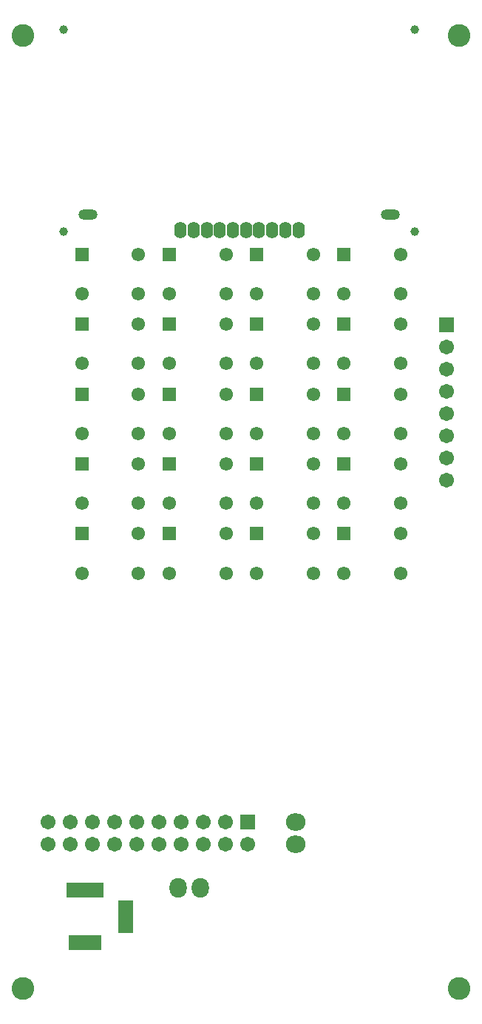
<source format=gbs>
G04*
G04 #@! TF.GenerationSoftware,Altium Limited,Altium Designer,23.6.0 (18)*
G04*
G04 Layer_Color=16711935*
%FSLAX44Y44*%
%MOMM*%
G71*
G04*
G04 #@! TF.SameCoordinates,3CA1A126-1A8B-4A0E-99CF-AA2F4EF1290A*
G04*
G04*
G04 #@! TF.FilePolarity,Negative*
G04*
G01*
G75*
%ADD49O,2.2352X1.9812*%
%ADD50R,4.2032X1.7032*%
%ADD51R,3.7032X1.7032*%
%ADD52R,1.7032X3.7032*%
%ADD53R,1.7032X1.7032*%
%ADD54C,1.7032*%
G04:AMPARAMS|DCode=55|XSize=1.4032mm|YSize=1.9032mm|CornerRadius=0.7016mm|HoleSize=0mm|Usage=FLASHONLY|Rotation=0.000|XOffset=0mm|YOffset=0mm|HoleType=Round|Shape=RoundedRectangle|*
%AMROUNDEDRECTD55*
21,1,1.4032,0.5000,0,0,0.0*
21,1,0.0000,1.9032,0,0,0.0*
1,1,1.4032,0.0000,-0.2500*
1,1,1.4032,0.0000,-0.2500*
1,1,1.4032,0.0000,0.2500*
1,1,1.4032,0.0000,0.2500*
%
%ADD55ROUNDEDRECTD55*%
%ADD56O,2.2032X1.2032*%
%ADD57C,1.0032*%
%ADD58C,2.6032*%
%ADD59R,1.5500X1.5500*%
%ADD60C,1.5500*%
%ADD61R,1.7032X1.7032*%
%ADD62O,1.9812X2.2352*%
D49*
X782500Y445200D02*
D03*
Y419800D02*
D03*
D50*
X541000Y367000D02*
D03*
D51*
Y307000D02*
D03*
D52*
X588000Y337000D02*
D03*
D53*
X955000Y1014100D02*
D03*
D54*
Y988700D02*
D03*
Y963300D02*
D03*
Y937900D02*
D03*
Y912500D02*
D03*
Y887100D02*
D03*
Y861700D02*
D03*
Y836300D02*
D03*
X499200Y420000D02*
D03*
Y445400D02*
D03*
X524600Y420000D02*
D03*
Y445400D02*
D03*
X550000Y420000D02*
D03*
Y445400D02*
D03*
X575400Y420000D02*
D03*
Y445400D02*
D03*
X600800Y420000D02*
D03*
Y445400D02*
D03*
X626200Y420000D02*
D03*
Y445400D02*
D03*
X651600Y420000D02*
D03*
Y445400D02*
D03*
X677000Y420000D02*
D03*
Y445400D02*
D03*
X702400Y420000D02*
D03*
Y445400D02*
D03*
X727800Y420000D02*
D03*
D55*
X650500Y1122500D02*
D03*
X665500D02*
D03*
X680500D02*
D03*
X695500D02*
D03*
X710500D02*
D03*
X725500D02*
D03*
X740500D02*
D03*
X755500D02*
D03*
X770500D02*
D03*
X785500D02*
D03*
D56*
X891043Y1140602D02*
D03*
X545000Y1140500D02*
D03*
D57*
X919000Y1121000D02*
D03*
X517000D02*
D03*
Y1352000D02*
D03*
X919000D02*
D03*
D58*
X970000Y1345000D02*
D03*
X470000D02*
D03*
X970000Y255000D02*
D03*
X470000D02*
D03*
D59*
X837500Y1095000D02*
D03*
X537500Y775000D02*
D03*
Y1015000D02*
D03*
Y1095000D02*
D03*
X637500D02*
D03*
Y1015000D02*
D03*
X837500D02*
D03*
X737500D02*
D03*
Y1095000D02*
D03*
X637500Y855000D02*
D03*
X537500D02*
D03*
X637500Y775000D02*
D03*
X737500D02*
D03*
X837500D02*
D03*
Y855000D02*
D03*
X537500Y935000D02*
D03*
X637500D02*
D03*
X837500D02*
D03*
X737500Y855000D02*
D03*
Y935000D02*
D03*
D60*
X902500Y1095000D02*
D03*
X837500Y1050000D02*
D03*
X902500D02*
D03*
X602500Y775000D02*
D03*
X537500Y730000D02*
D03*
X602500D02*
D03*
Y970000D02*
D03*
X537500D02*
D03*
X602500Y1015000D02*
D03*
Y1050000D02*
D03*
X537500D02*
D03*
X602500Y1095000D02*
D03*
X702500Y1050000D02*
D03*
X637500D02*
D03*
X702500Y1095000D02*
D03*
Y1015000D02*
D03*
X637500Y970000D02*
D03*
X702500D02*
D03*
X902500D02*
D03*
X837500D02*
D03*
X902500Y1015000D02*
D03*
X802500D02*
D03*
X737500Y970000D02*
D03*
X802500D02*
D03*
Y1050000D02*
D03*
X737500D02*
D03*
X802500Y1095000D02*
D03*
X702500Y855000D02*
D03*
X637500Y810000D02*
D03*
X702500D02*
D03*
X602500D02*
D03*
X537500D02*
D03*
X602500Y855000D02*
D03*
X702500Y730000D02*
D03*
X637500D02*
D03*
X702500Y775000D02*
D03*
X802500Y730000D02*
D03*
X737500D02*
D03*
X802500Y775000D02*
D03*
X902500Y730000D02*
D03*
X837500D02*
D03*
X902500Y775000D02*
D03*
Y810000D02*
D03*
X837500D02*
D03*
X902500Y855000D02*
D03*
X602500Y890000D02*
D03*
X537500D02*
D03*
X602500Y935000D02*
D03*
X702500D02*
D03*
X637500Y890000D02*
D03*
X702500D02*
D03*
X902500D02*
D03*
X837500D02*
D03*
X902500Y935000D02*
D03*
X802500Y855000D02*
D03*
X737500Y810000D02*
D03*
X802500D02*
D03*
Y935000D02*
D03*
X737500Y890000D02*
D03*
X802500D02*
D03*
D61*
X727800Y445400D02*
D03*
D62*
X672900Y370000D02*
D03*
X647500D02*
D03*
M02*

</source>
